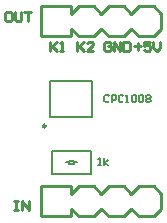
<source format=gto>
G04 Layer_Color=65535*
%FSLAX25Y25*%
%MOIN*%
G70*
G01*
G75*
%ADD19C,0.00984*%
%ADD20C,0.00787*%
%ADD21C,0.01000*%
D19*
X16492Y35000D02*
G03*
X16492Y35000I-492J0D01*
G01*
D20*
X18406Y26839D02*
X31594D01*
Y19161D02*
Y26839D01*
X18406Y19161D02*
X31594D01*
X18406D02*
Y26839D01*
X24114Y23394D02*
X25984D01*
Y22409D02*
Y23394D01*
X24114Y22409D02*
X25984D01*
X24114D02*
Y23394D01*
X23228Y22902D02*
X23819D01*
X26280D02*
X26772D01*
X18000Y38000D02*
X32000D01*
Y50000D01*
X18000D02*
X32000D01*
X18000Y38000D02*
Y50000D01*
X34000Y22000D02*
X34787D01*
X34394D01*
Y24361D01*
X34000Y23968D01*
X35968Y22000D02*
Y24361D01*
Y22787D02*
X37149Y23574D01*
X35968Y22787D02*
X37149Y22000D01*
X37574Y44968D02*
X37181Y45361D01*
X36394D01*
X36000Y44968D01*
Y43394D01*
X36394Y43000D01*
X37181D01*
X37574Y43394D01*
X38361Y43000D02*
Y45361D01*
X39542D01*
X39936Y44968D01*
Y44181D01*
X39542Y43787D01*
X38361D01*
X42297Y44968D02*
X41904Y45361D01*
X41116D01*
X40723Y44968D01*
Y43394D01*
X41116Y43000D01*
X41904D01*
X42297Y43394D01*
X43084Y43000D02*
X43872D01*
X43478D01*
Y45361D01*
X43084Y44968D01*
X45052D02*
X45446Y45361D01*
X46233D01*
X46626Y44968D01*
Y43394D01*
X46233Y43000D01*
X45446D01*
X45052Y43394D01*
Y44968D01*
X47414D02*
X47807Y45361D01*
X48594D01*
X48988Y44968D01*
Y43394D01*
X48594Y43000D01*
X47807D01*
X47414Y43394D01*
Y44968D01*
X49775D02*
X50169Y45361D01*
X50956D01*
X51349Y44968D01*
Y44574D01*
X50956Y44181D01*
X51349Y43787D01*
Y43394D01*
X50956Y43000D01*
X50169D01*
X49775Y43394D01*
Y43787D01*
X50169Y44181D01*
X49775Y44574D01*
Y44968D01*
X50169Y44181D02*
X50956D01*
D21*
X25000Y5000D02*
Y7500D01*
X15000Y5000D02*
X25000D01*
X15000D02*
Y15000D01*
X25000D01*
Y12500D02*
Y15000D01*
Y7500D02*
X27500Y5000D01*
X32500D01*
X35000Y7500D01*
X37500Y5000D01*
X42500D01*
X45000Y7500D01*
X42500Y15000D02*
X45000Y12500D01*
X37500Y15000D02*
X42500D01*
X35000Y12500D02*
X37500Y15000D01*
X32500D02*
X35000Y12500D01*
X27500Y15000D02*
X32500D01*
X25000Y12500D02*
X27500Y15000D01*
X45000Y12500D02*
X47500Y15000D01*
X52500D01*
X55000Y12500D01*
Y7500D02*
Y12500D01*
X52500Y5000D02*
X55000Y7500D01*
X47500Y5000D02*
X52500D01*
X45000Y7500D02*
X47500Y5000D01*
X25000Y65000D02*
Y67500D01*
X15000Y65000D02*
X25000D01*
X15000D02*
Y75000D01*
X25000D01*
Y72500D02*
Y75000D01*
Y67500D02*
X27500Y65000D01*
X32500D01*
X35000Y67500D01*
X37500Y65000D01*
X42500D01*
X45000Y67500D01*
X42500Y75000D02*
X45000Y72500D01*
X37500Y75000D02*
X42500D01*
X35000Y72500D02*
X37500Y75000D01*
X32500D02*
X35000Y72500D01*
X27500Y75000D02*
X32500D01*
X25000Y72500D02*
X27500Y75000D01*
X45000Y72500D02*
X47500Y75000D01*
X52500D01*
X55000Y72500D01*
Y67500D02*
Y72500D01*
X52500Y65000D02*
X55000Y67500D01*
X47500Y65000D02*
X52500D01*
X45000Y67500D02*
X47500Y65000D01*
X6000Y10149D02*
X7050D01*
X6525D01*
Y7000D01*
X6000D01*
X7050D01*
X8624D02*
Y10149D01*
X10723Y7000D01*
Y10149D01*
X4574Y73149D02*
X3525D01*
X3000Y72624D01*
Y70525D01*
X3525Y70000D01*
X4574D01*
X5099Y70525D01*
Y72624D01*
X4574Y73149D01*
X6149D02*
Y70525D01*
X6673Y70000D01*
X7723D01*
X8248Y70525D01*
Y73149D01*
X9297D02*
X11396D01*
X10347D01*
Y70000D01*
X27000Y63149D02*
Y60000D01*
Y61049D01*
X29099Y63149D01*
X27525Y61574D01*
X29099Y60000D01*
X32248D02*
X30149D01*
X32248Y62099D01*
Y62624D01*
X31723Y63149D01*
X30673D01*
X30149Y62624D01*
X18000Y63149D02*
Y60000D01*
Y61049D01*
X20099Y63149D01*
X18525Y61574D01*
X20099Y60000D01*
X21149D02*
X22198D01*
X21673D01*
Y63149D01*
X21149Y62624D01*
X46000Y61574D02*
X48099D01*
X47049Y62624D02*
Y60525D01*
X51248Y63149D02*
X49149D01*
Y61574D01*
X50198Y62099D01*
X50723D01*
X51248Y61574D01*
Y60525D01*
X50723Y60000D01*
X49673D01*
X49149Y60525D01*
X52297Y63149D02*
Y61049D01*
X53347Y60000D01*
X54396Y61049D01*
Y63149D01*
X38099Y62624D02*
X37574Y63149D01*
X36525D01*
X36000Y62624D01*
Y60525D01*
X36525Y60000D01*
X37574D01*
X38099Y60525D01*
Y61574D01*
X37049D01*
X39149Y60000D02*
Y63149D01*
X41248Y60000D01*
Y63149D01*
X42297D02*
Y60000D01*
X43872D01*
X44396Y60525D01*
Y62624D01*
X43872Y63149D01*
X42297D01*
M02*

</source>
